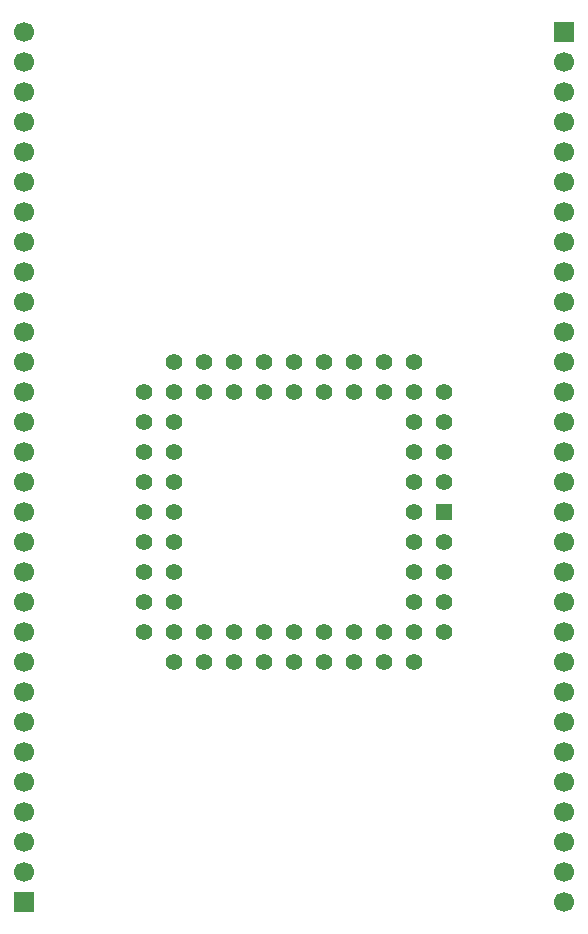
<source format=gbs>
G04 #@! TF.GenerationSoftware,KiCad,Pcbnew,9.0.1*
G04 #@! TF.CreationDate,2025-04-19T16:30:10+02:00*
G04 #@! TF.ProjectId,80286,38303238-362e-46b6-9963-61645f706362,rev?*
G04 #@! TF.SameCoordinates,Original*
G04 #@! TF.FileFunction,Soldermask,Bot*
G04 #@! TF.FilePolarity,Negative*
%FSLAX46Y46*%
G04 Gerber Fmt 4.6, Leading zero omitted, Abs format (unit mm)*
G04 Created by KiCad (PCBNEW 9.0.1) date 2025-04-19 16:30:10*
%MOMM*%
%LPD*%
G01*
G04 APERTURE LIST*
%ADD10R,1.422400X1.422400*%
%ADD11C,1.422400*%
%ADD12C,1.700000*%
%ADD13R,1.700000X1.700000*%
G04 APERTURE END LIST*
D10*
X198120000Y-156640000D03*
D11*
X195580000Y-156640000D03*
X198120000Y-154100000D03*
X195580000Y-154100000D03*
X198120000Y-151560000D03*
X195580000Y-151560000D03*
X198120000Y-149020000D03*
X195580000Y-149020000D03*
X198120000Y-146480000D03*
X195580000Y-143940000D03*
X195580000Y-146480000D03*
X193040000Y-143940000D03*
X193040000Y-146480000D03*
X190500000Y-143940000D03*
X190500000Y-146480000D03*
X187960000Y-143940000D03*
X187960000Y-146480000D03*
X185420000Y-143940000D03*
X185420000Y-146480000D03*
X182880000Y-143940000D03*
X182880000Y-146480000D03*
X180340000Y-143940000D03*
X180340000Y-146480000D03*
X177800000Y-143940000D03*
X177800000Y-146480000D03*
X175260000Y-143940000D03*
X172720000Y-146480000D03*
X175260000Y-146480000D03*
X172720000Y-149020000D03*
X175260000Y-149020000D03*
X172720000Y-151560000D03*
X175260000Y-151560000D03*
X172720000Y-154100000D03*
X175260000Y-154100000D03*
X172720000Y-156640000D03*
X175260000Y-156640000D03*
X172720000Y-159180000D03*
X175260000Y-159180000D03*
X172720000Y-161720000D03*
X175260000Y-161720000D03*
X172720000Y-164260000D03*
X175260000Y-164260000D03*
X172720000Y-166800000D03*
X175260000Y-169340000D03*
X175260000Y-166800000D03*
X177800000Y-169340000D03*
X177800000Y-166800000D03*
X180340000Y-169340000D03*
X180340000Y-166800000D03*
X182880000Y-169340000D03*
X182880000Y-166800000D03*
X185420000Y-169340000D03*
X185420000Y-166800000D03*
X187960000Y-169340000D03*
X187960000Y-166800000D03*
X190500000Y-169340000D03*
X190500000Y-166800000D03*
X193040000Y-169340000D03*
X193040000Y-166800000D03*
X195580000Y-169340000D03*
X198120000Y-166800000D03*
X195580000Y-166800000D03*
X198120000Y-164260000D03*
X195580000Y-164260000D03*
X198120000Y-161720000D03*
X195580000Y-161720000D03*
X198120000Y-159180000D03*
X195580000Y-159180000D03*
D12*
X208280000Y-189660000D03*
X208280000Y-187120000D03*
X208280000Y-184580000D03*
X208280000Y-182040000D03*
X208280000Y-179500000D03*
X208280000Y-176960000D03*
X208280000Y-174420000D03*
X208280000Y-171880000D03*
X208280000Y-169340000D03*
X208280000Y-166800000D03*
X208280000Y-164260000D03*
X208280000Y-161720000D03*
X208280000Y-159180000D03*
X208280000Y-156640000D03*
X208280000Y-154100000D03*
X208280000Y-151560000D03*
X208280000Y-149020000D03*
X208280000Y-146480000D03*
X208280000Y-143940000D03*
X208280000Y-141400000D03*
X208280000Y-138860000D03*
X208280000Y-136320000D03*
X208280000Y-133780000D03*
X208280000Y-131240000D03*
X208280000Y-128700000D03*
X208280000Y-126160000D03*
X208280000Y-123620000D03*
X208280000Y-121080000D03*
X208280000Y-118540000D03*
D13*
X208280000Y-116000000D03*
D12*
X162560000Y-116000000D03*
X162560000Y-118540000D03*
X162560000Y-121080000D03*
X162560000Y-123620000D03*
X162560000Y-126160000D03*
X162560000Y-128700000D03*
X162560000Y-131240000D03*
X162560000Y-133780000D03*
X162560000Y-136320000D03*
X162560000Y-138860000D03*
X162560000Y-141400000D03*
X162560000Y-143940000D03*
X162560000Y-146480000D03*
X162560000Y-149020000D03*
X162560000Y-151560000D03*
X162560000Y-154100000D03*
X162560000Y-156640000D03*
X162560000Y-159180000D03*
X162560000Y-161720000D03*
X162560000Y-164260000D03*
X162560000Y-166800000D03*
X162560000Y-169340000D03*
X162560000Y-171880000D03*
X162560000Y-174420000D03*
X162560000Y-176960000D03*
X162560000Y-179500000D03*
X162560000Y-182040000D03*
X162560000Y-184580000D03*
X162560000Y-187120000D03*
D13*
X162560000Y-189660000D03*
M02*

</source>
